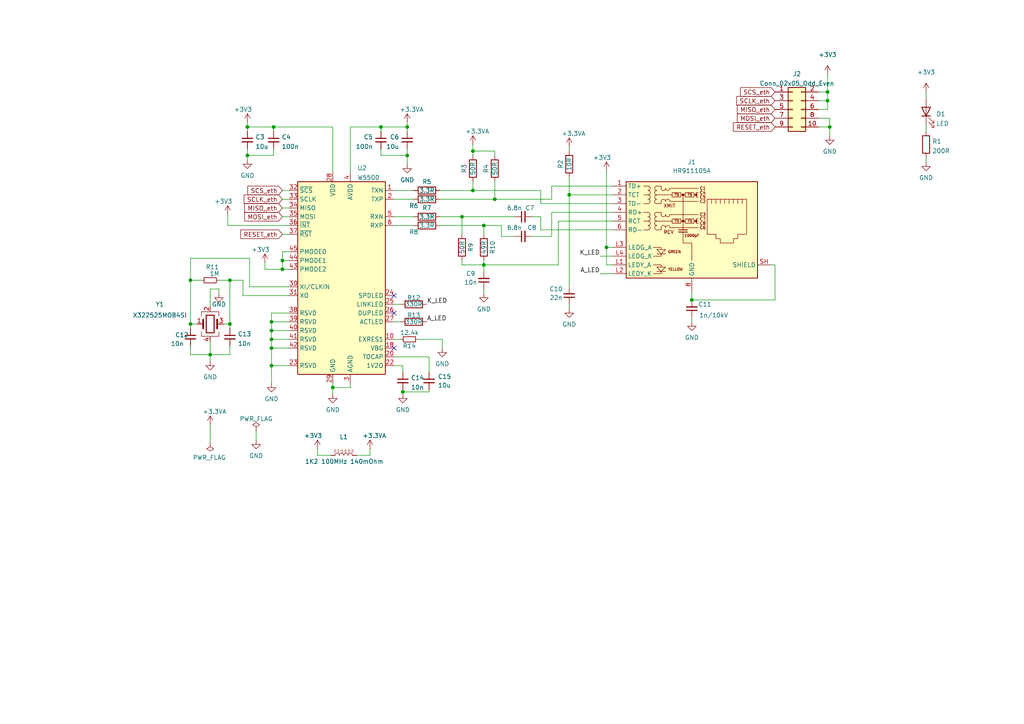
<source format=kicad_sch>
(kicad_sch (version 20211123) (generator eeschema)
  (paper "A4")
  (lib_symbols
    (symbol "Connector:RJ45_Bel_SI-60062-F"
      (property "Reference" "J" (at 19.05 15.24 0))
      (property "Value" "RJ45_Bel_SI-60062-F" (at -19.05 15.24 0))
      (symbol "RJ45_Bel_SI-60062-F_0_0"
        (circle (center -2.54 2.54) (radius 0.254) (stroke (width 0.254)) (fill (type outline)))
        (circle (center -2.54 10.16) (radius 0.254) (stroke (width 0.254)) (fill (type outline)))
        (polyline (pts (xy -7.62 -12.065) (xy -10.16 -12.065)))
        (polyline (pts (xy -7.62 -6.985) (xy -10.16 -6.985)))
        (polyline (pts (xy -2.54 10.16) (xy -2.54 0)))
        (polyline (pts (xy -1.27 -0.635) (xy -3.81 -0.635)) (stroke (width 0.254)))
        (polyline (pts (xy -1.27 0) (xy -3.81 0)) (stroke (width 0.254)))
        (polyline (pts (xy 1.27 2.54) (xy 0.635 2.54)))
        (polyline (pts (xy 1.27 10.16) (xy 0.635 10.16)))
        (polyline (pts (xy -11.176 -12.7) (xy -8.89 -12.7) (xy -8.89 -12.065)))
        (polyline (pts (xy -11.176 -10.16) (xy -8.89 -10.16) (xy -8.89 -10.795)))
        (polyline (pts (xy -11.176 -5.08) (xy -8.89 -5.08) (xy -8.89 -5.715)))
        (polyline (pts (xy -8.89 -6.985) (xy -8.89 -7.62) (xy -11.176 -7.62)))
        (polyline (pts (xy -10.16 -5.715) (xy -7.62 -5.715) (xy -8.89 -6.985) (xy -10.16 -5.715)))
        (polyline (pts (xy -7.62 -10.795) (xy -10.16 -10.795) (xy -8.89 -12.065) (xy -7.62 -10.795)))
        (polyline (pts (xy -2.54 -0.635) (xy -2.54 -3.81) (xy 0 -3.81) (xy 0 -8.89)))
        (polyline (pts (xy 1.905 3.175) (xy 1.27 3.175) (xy 1.27 1.905) (xy 1.905 1.905)))
        (polyline (pts (xy 1.905 10.795) (xy 1.27 10.795) (xy 1.27 9.525) (xy 1.905 9.525)))
        (circle (center 1.27 2.54) (radius 0.254) (stroke (width 0.254)) (fill (type outline)))
        (circle (center 1.27 10.16) (radius 0.254) (stroke (width 0.254)) (fill (type outline)))
        (text "1000pF" (at 0 -1.651 0) (effects (font (size 0.762 0.762))))
        (text "75" (at -4.445 2.54 0) (effects (font (size 0.762 0.762))))
        (text "75" (at -4.445 10.16 0) (effects (font (size 0.762 0.762))))
        (text "75" (at -0.635 2.54 0) (effects (font (size 0.762 0.762))))
        (text "75" (at -0.635 10.16 0) (effects (font (size 0.762 0.762))))
        (text "C1" (at 3.175 12.065 0) (effects (font (size 0.889 0.889))))
        (text "C2" (at 3.175 8.255 0) (effects (font (size 0.889 0.889))))
        (text "C3" (at 3.175 4.445 0) (effects (font (size 0.889 0.889))))
        (text "C4" (at 3.175 10.795 0) (effects (font (size 0.889 0.889))))
        (text "C5" (at 3.175 9.525 0) (effects (font (size 0.889 0.889))))
        (text "C6" (at 3.175 0.635 0) (effects (font (size 0.889 0.889))))
        (text "C7" (at 3.175 3.175 0) (effects (font (size 0.889 0.889))))
        (text "C8" (at 3.175 1.905 0) (effects (font (size 0.889 0.889))))
        (text "GREEN" (at -6.985 -6.35 0) (effects (font (size 0.762 0.762)) (justify left)))
        (text "RCV" (at -8.255 -0.635 0) (effects (font (size 1.016 1.016)) (justify left)))
        (text "XMIT" (at -8.255 6.985 0) (effects (font (size 1.016 1.016)) (justify left)))
        (text "YELLOW" (at -6.985 -11.43 0) (effects (font (size 0.762 0.762)) (justify left)))
      )
      (symbol "RJ45_Bel_SI-60062-F_0_1"
        (rectangle (start -19.05 -13.97) (end 19.05 13.97) (stroke (width 0.254)) (fill (type background)))
        (arc (start -12.7 0) (mid -12.065 0.635) (end -12.7 1.27))
        (arc (start -12.7 1.27) (mid -12.065 1.905) (end -12.7 2.54))
        (arc (start -12.7 2.54) (mid -12.065 3.175) (end -12.7 3.81))
        (arc (start -12.7 3.81) (mid -12.065 4.445) (end -12.7 5.08))
        (arc (start -12.7 7.62) (mid -12.065 8.255) (end -12.7 8.89))
        (arc (start -12.7 8.89) (mid -12.065 9.525) (end -12.7 10.16))
        (arc (start -12.7 10.16) (mid -12.065 10.795) (end -12.7 11.43))
        (arc (start -12.7 11.43) (mid -12.065 12.065) (end -12.7 12.7))
        (arc (start -10.16 1.27) (mid -10.795 0.635) (end -10.16 0))
        (arc (start -10.16 2.54) (mid -10.795 1.905) (end -10.16 1.27))
        (arc (start -10.16 3.81) (mid -10.795 3.175) (end -10.16 2.54))
        (arc (start -10.16 5.08) (mid -10.795 4.445) (end -10.16 3.81))
        (arc (start -10.16 8.89) (mid -10.795 8.255) (end -10.16 7.62))
        (arc (start -10.16 10.16) (mid -10.795 9.525) (end -10.16 8.89))
        (arc (start -10.16 11.43) (mid -10.795 10.795) (end -10.16 10.16))
        (arc (start -10.16 12.7) (mid -10.795 12.065) (end -10.16 11.43))
        (arc (start -8.89 4.445) (mid -8.255 3.81) (end -7.62 4.445))
        (arc (start -8.89 12.065) (mid -8.255 11.43) (end -7.62 12.065))
        (arc (start -7.62 0.635) (mid -8.255 1.27) (end -8.89 0.635))
        (arc (start -7.62 4.445) (mid -6.985 3.81) (end -6.35 4.445))
        (arc (start -7.62 8.255) (mid -8.255 8.89) (end -8.89 8.255))
        (arc (start -7.62 12.065) (mid -6.985 11.43) (end -6.35 12.065))
        (arc (start -6.35 0.635) (mid -6.985 1.27) (end -7.62 0.635))
        (arc (start -6.35 8.255) (mid -6.985 8.89) (end -7.62 8.255))
        (rectangle (start -5.715 3.175) (end -3.175 1.905))
        (rectangle (start -5.715 10.795) (end -3.175 9.525))
        (rectangle (start -1.905 3.175) (end 0.635 1.905))
        (rectangle (start -1.905 10.795) (end 0.635 9.525))
        (polyline (pts (xy -12.7 0) (xy -13.97 0)))
        (polyline (pts (xy -12.7 2.54) (xy -13.97 2.54)))
        (polyline (pts (xy -12.7 5.08) (xy -13.97 5.08)))
        (polyline (pts (xy -12.7 7.62) (xy -13.97 7.62)))
        (polyline (pts (xy -12.7 10.16) (xy -13.97 10.16)))
        (polyline (pts (xy -12.7 12.7) (xy -13.97 12.7)))
        (polyline (pts (xy -6.35 0.635) (xy 1.905 0.635)))
        (polyline (pts (xy -6.35 4.445) (xy 1.905 4.445)))
        (polyline (pts (xy -6.35 8.255) (xy 1.905 8.255)))
        (polyline (pts (xy -6.35 12.065) (xy 1.905 12.065)))
        (polyline (pts (xy -5.715 2.54) (xy -10.16 2.54)))
        (polyline (pts (xy -5.715 10.16) (xy -10.16 10.16)))
        (polyline (pts (xy -3.175 2.54) (xy -1.905 2.54)))
        (polyline (pts (xy -3.175 10.16) (xy -1.905 10.16)))
        (polyline (pts (xy 5.715 7.62) (xy 5.715 8.89)))
        (polyline (pts (xy 6.985 8.89) (xy 6.985 7.62)))
        (polyline (pts (xy 8.255 8.89) (xy 8.255 7.62)))
        (polyline (pts (xy 9.525 8.89) (xy 9.525 7.62)))
        (polyline (pts (xy 10.795 8.89) (xy 10.795 7.62)))
        (polyline (pts (xy 12.065 8.89) (xy 12.065 7.62)))
        (polyline (pts (xy 13.335 7.62) (xy 13.335 8.89)))
        (polyline (pts (xy 14.605 7.62) (xy 14.605 8.89)))
        (polyline (pts (xy -10.16 5.08) (xy -8.89 5.08) (xy -8.89 4.445)))
        (polyline (pts (xy -10.16 12.7) (xy -8.89 12.7) (xy -8.89 12.065)))
        (polyline (pts (xy -8.89 0.635) (xy -8.89 0) (xy -10.16 0)))
        (polyline (pts (xy -8.89 8.255) (xy -8.89 7.62) (xy -10.16 7.62)))
        (polyline (pts (xy 4.445 8.89) (xy 15.875 8.89) (xy 15.875 -1.27) (xy 13.335 -1.27) (xy 13.335 -2.54) (xy 12.065 -2.54) (xy 12.065 -3.81) (xy 8.255 -3.81) (xy 8.255 -2.54) (xy 6.985 -2.54) (xy 6.985 -1.27) (xy 4.445 -1.27) (xy 4.445 8.89)))
      )
      (symbol "RJ45_Bel_SI-60062-F_1_1"
        (pin passive line (at -22.86 12.7 0) (length 3.81) (name "TD+") (number "1"))
        (pin passive line (at -22.86 10.16 0) (length 3.81) (name "TCT") (number "2"))
        (pin passive line (at -22.86 7.62 0) (length 3.81) (name "TD-") (number "3"))
        (pin passive line (at -22.86 5.08 0) (length 3.81) (name "RD+") (number "4"))
        (pin passive line (at -22.86 2.54 0) (length 3.81) (name "RCT") (number "5"))
        (pin passive line (at -22.86 0 0) (length 3.81) (name "RD-") (number "6"))
        (pin no_connect line (at 5.08 -5.08 0) (length 0) hide (name "NC") (number "7"))
        (pin power_in line (at 0 -17.78 90) (length 3.81) (name "GND") (number "8"))
        (pin passive line (at -22.86 -10.16 0) (length 3.81) (name "LEDY_A") (number "L1"))
        (pin passive line (at -22.86 -12.7 0) (length 3.81) (name "LEDY_K") (number "L2"))
        (pin passive line (at -22.86 -5.08 0) (length 3.81) (name "LEDG_A") (number "L3"))
        (pin passive line (at -22.86 -7.62 0) (length 3.81) (name "LEDG_K") (number "L4"))
        (pin passive line (at 22.86 -10.16 180) (length 3.81) (name "SHIELD") (number "SH"))
      )
    )
    (symbol "Connector_Generic:Conn_02x05_Odd_Even" (pin_names (offset 1.016) hide)
      (property "Reference" "J" (at 1.27 7.62 0))
      (property "Value" "Conn_02x05_Odd_Even" (at 1.27 -7.62 0))
      (symbol "Conn_02x05_Odd_Even_1_1"
        (rectangle (start -1.27 -4.953) (end 0 -5.207) (stroke (width 0.1524)))
        (rectangle (start -1.27 -2.413) (end 0 -2.667) (stroke (width 0.1524)))
        (rectangle (start -1.27 0.127) (end 0 -0.127) (stroke (width 0.1524)))
        (rectangle (start -1.27 2.667) (end 0 2.413) (stroke (width 0.1524)))
        (rectangle (start -1.27 5.207) (end 0 4.953) (stroke (width 0.1524)))
        (rectangle (start -1.27 6.35) (end 3.81 -6.35) (stroke (width 0.254)) (fill (type background)))
        (rectangle (start 3.81 -4.953) (end 2.54 -5.207) (stroke (width 0.1524)))
        (rectangle (start 3.81 -2.413) (end 2.54 -2.667) (stroke (width 0.1524)))
        (rectangle (start 3.81 0.127) (end 2.54 -0.127) (stroke (width 0.1524)))
        (rectangle (start 3.81 2.667) (end 2.54 2.413) (stroke (width 0.1524)))
        (rectangle (start 3.81 5.207) (end 2.54 4.953) (stroke (width 0.1524)))
        (pin passive line (at -5.08 5.08 0) (length 3.81) (name "Pin_1") (number "1"))
        (pin passive line (at 7.62 -5.08 180) (length 3.81) (name "Pin_10") (number "10"))
        (pin passive line (at 7.62 5.08 180) (length 3.81) (name "Pin_2") (number "2"))
        (pin passive line (at -5.08 2.54 0) (length 3.81) (name "Pin_3") (number "3"))
        (pin passive line (at 7.62 2.54 180) (length 3.81) (name "Pin_4") (number "4"))
        (pin passive line (at -5.08 0 0) (length 3.81) (name "Pin_5") (number "5"))
        (pin passive line (at 7.62 0 180) (length 3.81) (name "Pin_6") (number "6"))
        (pin passive line (at -5.08 -2.54 0) (length 3.81) (name "Pin_7") (number "7"))
        (pin passive line (at 7.62 -2.54 180) (length 3.81) (name "Pin_8") (number "8"))
        (pin passive line (at -5.08 -5.08 0) (length 3.81) (name "Pin_9") (number "9"))
      )
    )
    (symbol "Device:C_Small" (pin_numbers hide) (pin_names (offset 0.254) hide)
      (property "Reference" "C" (at 0.254 1.778 0))
      (property "Value" "C_Small" (at 0.254 -2.032 0))
      (symbol "C_Small_0_1"
        (polyline (pts (xy -1.524 -0.508) (xy 1.524 -0.508)) (stroke (width 0.3302)))
        (polyline (pts (xy -1.524 0.508) (xy 1.524 0.508)) (stroke (width 0.3048)))
      )
      (symbol "C_Small_1_1"
        (pin passive line (at 0 2.54 270) (length 2.032) (name "~") (number "1"))
        (pin passive line (at 0 -2.54 90) (length 2.032) (name "~") (number "2"))
      )
    )
    (symbol "Device:Crystal_GND24" (pin_names (offset 1.016) hide)
      (property "Reference" "Y" (at 3.175 5.08 0))
      (property "Value" "Crystal_GND24" (at 3.175 3.175 0))
      (symbol "Crystal_GND24_0_1"
        (rectangle (start -1.143 2.54) (end 1.143 -2.54) (stroke (width 0.3048)))
        (polyline (pts (xy -2.54 0) (xy -2.032 0)))
        (polyline (pts (xy -2.032 -1.27) (xy -2.032 1.27)) (stroke (width 0.508)))
        (polyline (pts (xy 0 -3.81) (xy 0 -3.556)))
        (polyline (pts (xy 0 3.556) (xy 0 3.81)))
        (polyline (pts (xy 2.032 -1.27) (xy 2.032 1.27)) (stroke (width 0.508)))
        (polyline (pts (xy 2.032 0) (xy 2.54 0)))
        (polyline (pts (xy -2.54 -2.286) (xy -2.54 -3.556) (xy 2.54 -3.556) (xy 2.54 -2.286)))
        (polyline (pts (xy -2.54 2.286) (xy -2.54 3.556) (xy 2.54 3.556) (xy 2.54 2.286)))
      )
      (symbol "Crystal_GND24_1_1"
        (pin passive line (at -3.81 0 0) (length 1.27) (name "1") (number "1"))
        (pin passive line (at 0 5.08 270) (length 1.27) (name "2") (number "2"))
        (pin passive line (at 3.81 0 180) (length 1.27) (name "3") (number "3"))
        (pin passive line (at 0 -5.08 90) (length 1.27) (name "4") (number "4"))
      )
    )
    (symbol "Device:LED" (pin_numbers hide) (pin_names (offset 1.016) hide)
      (property "Reference" "D" (at 0 2.54 0))
      (property "Value" "LED" (at 0 -2.54 0))
      (symbol "LED_0_1"
        (polyline (pts (xy -1.27 -1.27) (xy -1.27 1.27)) (stroke (width 0.254)))
        (polyline (pts (xy -1.27 0) (xy 1.27 0)))
        (polyline (pts (xy 1.27 -1.27) (xy 1.27 1.27) (xy -1.27 0) (xy 1.27 -1.27)) (stroke (width 0.254)))
        (polyline (pts (xy -3.048 -0.762) (xy -4.572 -2.286) (xy -3.81 -2.286) (xy -4.572 -2.286) (xy -4.572 -1.524)))
        (polyline (pts (xy -1.778 -0.762) (xy -3.302 -2.286) (xy -2.54 -2.286) (xy -3.302 -2.286) (xy -3.302 -1.524)))
      )
      (symbol "LED_1_1"
        (pin passive line (at -3.81 0 0) (length 2.54) (name "K") (number "1"))
        (pin passive line (at 3.81 0 180) (length 2.54) (name "A") (number "2"))
      )
    )
    (symbol "Device:L_Ferrite" (pin_numbers hide) (pin_names (offset 1.016) hide)
      (property "Reference" "L" (at -1.27 0 90))
      (property "Value" "L_Ferrite" (at 2.794 0 90))
      (symbol "L_Ferrite_0_1"
        (arc (start 0 -2.54) (mid 0.635 -1.905) (end 0 -1.27))
        (arc (start 0 -1.27) (mid 0.635 -0.635) (end 0 0))
        (polyline (pts (xy 1.016 -2.794) (xy 1.016 -2.286)))
        (polyline (pts (xy 1.016 -1.778) (xy 1.016 -1.27)))
        (polyline (pts (xy 1.016 -0.762) (xy 1.016 -0.254)))
        (polyline (pts (xy 1.016 0.254) (xy 1.016 0.762)))
        (polyline (pts (xy 1.016 1.27) (xy 1.016 1.778)))
        (polyline (pts (xy 1.016 2.286) (xy 1.016 2.794)))
        (polyline (pts (xy 1.524 -2.286) (xy 1.524 -2.794)))
        (polyline (pts (xy 1.524 -1.27) (xy 1.524 -1.778)))
        (polyline (pts (xy 1.524 -0.254) (xy 1.524 -0.762)))
        (polyline (pts (xy 1.524 0.762) (xy 1.524 0.254)))
        (polyline (pts (xy 1.524 1.778) (xy 1.524 1.27)))
        (polyline (pts (xy 1.524 2.794) (xy 1.524 2.286)))
        (arc (start 0 0) (mid 0.635 0.635) (end 0 1.27))
        (arc (start 0 1.27) (mid 0.635 1.905) (end 0 2.54))
      )
      (symbol "L_Ferrite_1_1"
        (pin passive line (at 0 3.81 270) (length 1.27) (name "1") (number "1"))
        (pin passive line (at 0 -3.81 90) (length 1.27) (name "2") (number "2"))
      )
    )
    (symbol "Device:R" (pin_numbers hide) (pin_names (offset 0))
      (property "Reference" "R" (at 2.032 0 90))
      (property "Value" "R" (at 0 0 90))
      (symbol "R_0_1"
        (rectangle (start -1.016 -2.54) (end 1.016 2.54) (stroke (width 0.254)))
      )
      (symbol "R_1_1"
        (pin passive line (at 0 3.81 270) (length 1.27) (name "~") (number "1"))
        (pin passive line (at 0 -3.81 90) (length 1.27) (name "~") (number "2"))
      )
    )
    (symbol "Device:R_Small" (pin_numbers hide) (pin_names (offset 0.254) hide)
      (property "Reference" "R" (at 0.762 0.508 0))
      (property "Value" "R_Small" (at 0.762 -1.016 0))
      (symbol "R_Small_0_1"
        (rectangle (start -0.762 1.778) (end 0.762 -1.778) (stroke (width 0.2032)))
      )
      (symbol "R_Small_1_1"
        (pin passive line (at 0 2.54 270) (length 0.762) (name "~") (number "1"))
        (pin passive line (at 0 -2.54 90) (length 0.762) (name "~") (number "2"))
      )
    )
    (symbol "Interface_Ethernet:W5500"
      (property "Reference" "U" (at -11.43 29.21 0))
      (property "Value" "W5500" (at 8.89 29.21 0))
      (symbol "W5500_0_1"
        (rectangle (start -12.7 27.94) (end 12.7 -27.94) (stroke (width 0.254)) (fill (type background)))
      )
      (symbol "W5500_1_1"
        (pin output line (at 15.24 25.4 180) (length 2.54) (name "TXN") (number "1"))
        (pin passive line (at 15.24 -17.78 180) (length 2.54) (name "EXRES1") (number "10"))
        (pin passive line (at 2.54 30.48 270) (length 2.54) hide (name "AVDD") (number "11"))
        (pin no_connect line (at 12.7 7.62 180) (length 2.54) hide (name "NC") (number "12"))
        (pin no_connect line (at 12.7 5.08 180) (length 2.54) hide (name "NC") (number "13"))
        (pin passive line (at 2.54 -30.48 90) (length 2.54) hide (name "AGND") (number "14"))
        (pin passive line (at 2.54 30.48 270) (length 2.54) hide (name "AVDD") (number "15"))
        (pin passive line (at 2.54 -30.48 90) (length 2.54) hide (name "AGND") (number "16"))
        (pin passive line (at 2.54 30.48 270) (length 2.54) hide (name "AVDD") (number "17"))
        (pin passive line (at 15.24 -20.32 180) (length 2.54) (name "VBG") (number "18"))
        (pin passive line (at 2.54 -30.48 90) (length 2.54) hide (name "AGND") (number "19"))
        (pin output line (at 15.24 22.86 180) (length 2.54) (name "TXP") (number "2"))
        (pin passive line (at 15.24 -22.86 180) (length 2.54) (name "TOCAP") (number "20"))
        (pin passive line (at 2.54 30.48 270) (length 2.54) hide (name "AVDD") (number "21"))
        (pin output line (at 15.24 -25.4 180) (length 2.54) (name "1V2O") (number "22"))
        (pin input line (at -15.24 -25.4 0) (length 2.54) (name "RSVD") (number "23"))
        (pin output line (at 15.24 -5.08 180) (length 2.54) (name "SPDLED") (number "24"))
        (pin output line (at 15.24 -7.62 180) (length 2.54) (name "LINKLED") (number "25"))
        (pin output line (at 15.24 -10.16 180) (length 2.54) (name "DUPLED") (number "26"))
        (pin output line (at 15.24 -12.7 180) (length 2.54) (name "ACTLED") (number "27"))
        (pin power_in line (at -2.54 30.48 270) (length 2.54) (name "VDD") (number "28"))
        (pin power_in line (at -2.54 -30.48 90) (length 2.54) (name "GND") (number "29"))
        (pin power_in line (at 2.54 -30.48 90) (length 2.54) (name "AGND") (number "3"))
        (pin input line (at -15.24 -2.54 0) (length 2.54) (name "XI/CLKIN") (number "30"))
        (pin output line (at -15.24 -5.08 0) (length 2.54) (name "XO") (number "31"))
        (pin input line (at -15.24 25.4 0) (length 2.54) (name "~{SCS}") (number "32"))
        (pin input line (at -15.24 22.86 0) (length 2.54) (name "SCLK") (number "33"))
        (pin output line (at -15.24 20.32 0) (length 2.54) (name "MISO") (number "34"))
        (pin input line (at -15.24 17.78 0) (length 2.54) (name "MOSI") (number "35"))
        (pin input line (at -15.24 15.24 0) (length 2.54) (name "~{INT}") (number "36"))
        (pin input line (at -15.24 12.7 0) (length 2.54) (name "~{RST}") (number "37"))
        (pin input line (at -15.24 -10.16 0) (length 2.54) (name "RSVD") (number "38"))
        (pin input line (at -15.24 -12.7 0) (length 2.54) (name "RSVD") (number "39"))
        (pin power_in line (at 2.54 30.48 270) (length 2.54) (name "AVDD") (number "4"))
        (pin input line (at -15.24 -15.24 0) (length 2.54) (name "RSVD") (number "40"))
        (pin input line (at -15.24 -17.78 0) (length 2.54) (name "RSVD") (number "41"))
        (pin input line (at -15.24 -20.32 0) (length 2.54) (name "RSVD") (number "42"))
        (pin input line (at -15.24 2.54 0) (length 2.54) (name "PMODE2") (number "43"))
        (pin input line (at -15.24 5.08 0) (length 2.54) (name "PMODE1") (number "44"))
        (pin input line (at -15.24 7.62 0) (length 2.54) (name "PMODE0") (number "45"))
        (pin no_connect line (at 12.7 2.54 180) (length 2.54) hide (name "NC") (number "46"))
        (pin no_connect line (at 12.7 0 180) (length 2.54) hide (name "NC") (number "47"))
        (pin passive line (at 2.54 -30.48 90) (length 2.54) hide (name "AGND") (number "48"))
        (pin input line (at 15.24 17.78 180) (length 2.54) (name "RXN") (number "5"))
        (pin input line (at 15.24 15.24 180) (length 2.54) (name "RXP") (number "6"))
        (pin no_connect line (at 12.7 10.16 180) (length 2.54) hide (name "DNC") (number "7"))
        (pin passive line (at 2.54 30.48 270) (length 2.54) hide (name "AVDD") (number "8"))
        (pin passive line (at 2.54 -30.48 90) (length 2.54) hide (name "AGND") (number "9"))
      )
    )
    (symbol "power:+3.3V" (power) (pin_names (offset 0))
      (property "Value" "+3.3V" (at 0 3.556 0))
      (symbol "+3.3V_0_1"
        (polyline (pts (xy -0.762 1.27) (xy 0 2.54)))
        (polyline (pts (xy 0 0) (xy 0 2.54)))
        (polyline (pts (xy 0 2.54) (xy 0.762 1.27)))
      )
      (symbol "+3.3V_1_1"
        (pin power_in line (at 0 0 90) (length 0) hide (name "+3V3") (number "1"))
      )
    )
    (symbol "power:+3.3VA" (power) (pin_names (offset 0))
      (property "Value" "+3.3VA" (at 0 3.556 0))
      (symbol "+3.3VA_0_1"
        (polyline (pts (xy -0.762 1.27) (xy 0 2.54)))
        (polyline (pts (xy 0 0) (xy 0 2.54)))
        (polyline (pts (xy 0 2.54) (xy 0.762 1.27)))
      )
      (symbol "+3.3VA_1_1"
        (pin power_in line (at 0 0 90) (length 0) hide (name "+3.3VA") (number "1"))
      )
    )
    (symbol "power:+3V3" (power) (pin_names (offset 0))
      (property "Value" "+3V3" (at 0 3.556 0))
      (symbol "+3V3_0_1"
        (polyline (pts (xy -0.762 1.27) (xy 0 2.54)))
        (polyline (pts (xy 0 0) (xy 0 2.54)))
        (polyline (pts (xy 0 2.54) (xy 0.762 1.27)))
      )
      (symbol "+3V3_1_1"
        (pin power_in line (at 0 0 90) (length 0) hide (name "+3V3") (number "1"))
      )
    )
    (symbol "power:GND" (power) (pin_names (offset 0))
      (property "Value" "GND" (at 0 -3.81 0))
      (symbol "GND_0_1"
        (polyline (pts (xy 0 0) (xy 0 -1.27) (xy 1.27 -1.27) (xy 0 -2.54) (xy -1.27 -1.27) (xy 0 -1.27)))
      )
      (symbol "GND_1_1"
        (pin power_in line (at 0 0 270) (length 0) hide (name "GND") (number "1"))
      )
    )
    (symbol "power:PWR_FLAG" (power) (pin_numbers hide) (pin_names (offset 0) hide)
      (property "Value" "PWR_FLAG" (at 0 3.81 0))
      (symbol "PWR_FLAG_0_0"
        (pin power_out line (at 0 0 90) (length 0) (name "pwr") (number "1"))
      )
      (symbol "PWR_FLAG_0_1"
        (polyline (pts (xy 0 0) (xy 0 1.27) (xy -1.016 1.905) (xy 0 2.54) (xy 1.016 1.905) (xy 0 1.27)))
      )
    )
  )
  (junction (at 175.895 71.755))
  (junction (at 71.755 45.085))
  (junction (at 66.675 93.98))
  (junction (at 240.03 29.21))
  (junction (at 200.66 86.995))
  (junction (at 96.52 112.395))
  (junction (at 78.74 93.345))
  (junction (at 60.96 102.87))
  (junction (at 78.74 100.965))
  (junction (at 116.84 113.665))
  (junction (at 118.11 45.085))
  (junction (at 78.74 98.425))
  (junction (at 140.335 76.835))
  (junction (at 78.74 95.885))
  (junction (at 140.335 65.405))
  (junction (at 143.51 57.785))
  (junction (at 71.755 36.83))
  (junction (at 137.16 55.245))
  (junction (at 137.16 43.815))
  (junction (at 118.11 36.83))
  (junction (at 240.665 36.83))
  (junction (at 110.49 36.83))
  (junction (at 81.915 78.105))
  (junction (at 66.675 81.28))
  (junction (at 55.245 93.98))
  (junction (at 55.245 81.28))
  (junction (at 81.915 75.565))
  (junction (at 79.375 36.83))
  (junction (at 240.03 26.67))
  (junction (at 78.74 106.045))
  (junction (at 133.985 62.865))
  (junction (at 165.1 56.515))
  (no_connect (at 114.3 85.725))
  (no_connect (at 114.3 90.805))
  (no_connect (at 114.3 100.965))
  (wire (pts (xy 268.605 45.72) (xy 268.605 46.99)))
  (wire (pts (xy 63.5 81.28) (xy 66.675 81.28)))
  (wire (pts (xy 55.245 81.28) (xy 58.42 81.28)))
  (wire (pts (xy 55.245 74.93) (xy 72.39 74.93)))
  (wire (pts (xy 78.74 106.045) (xy 78.74 111.125)))
  (wire (pts (xy 165.1 56.515) (xy 165.1 83.185)))
  (wire (pts (xy 81.915 60.325) (xy 83.82 60.325)))
  (wire (pts (xy 161.925 64.135) (xy 161.925 76.835)))
  (wire (pts (xy 145.415 68.58) (xy 145.415 65.405)))
  (wire (pts (xy 240.03 21.59) (xy 240.03 26.67)))
  (wire (pts (xy 71.755 38.1) (xy 71.755 36.83)))
  (wire (pts (xy 101.6 36.83) (xy 110.49 36.83)))
  (wire (pts (xy 124.46 113.03) (xy 124.46 113.665)))
  (wire (pts (xy 140.335 78.74) (xy 140.335 76.835)))
  (wire (pts (xy 92.075 130.175) (xy 92.075 132.08)))
  (wire (pts (xy 133.985 67.945) (xy 133.985 62.865)))
  (wire (pts (xy 81.915 55.245) (xy 83.82 55.245)))
  (wire (pts (xy 114.3 57.785) (xy 120.015 57.785)))
  (wire (pts (xy 118.11 38.1) (xy 118.11 36.83)))
  (wire (pts (xy 81.915 67.945) (xy 83.82 67.945)))
  (wire (pts (xy 116.84 113.665) (xy 116.84 114.3)))
  (wire (pts (xy 114.3 55.245) (xy 120.015 55.245)))
  (wire (pts (xy 71.755 45.085) (xy 79.375 45.085)))
  (wire (pts (xy 114.3 65.405) (xy 120.015 65.405)))
  (wire (pts (xy 71.755 45.085) (xy 71.755 46.355)))
  (wire (pts (xy 237.49 26.67) (xy 240.03 26.67)))
  (wire (pts (xy 118.11 36.83) (xy 110.49 36.83)))
  (wire (pts (xy 124.46 113.665) (xy 116.84 113.665)))
  (wire (pts (xy 124.46 107.95) (xy 124.46 103.505)))
  (wire (pts (xy 133.985 76.835) (xy 133.985 75.565)))
  (wire (pts (xy 92.075 132.08) (xy 95.885 132.08)))
  (wire (pts (xy 140.335 76.835) (xy 140.335 75.565)))
  (wire (pts (xy 71.755 35.56) (xy 71.755 36.83)))
  (wire (pts (xy 156.845 66.675) (xy 177.8 66.675)))
  (wire (pts (xy 140.335 67.945) (xy 140.335 65.405)))
  (wire (pts (xy 83.82 73.025) (xy 81.915 73.025)))
  (wire (pts (xy 175.895 49.53) (xy 175.895 71.755)))
  (wire (pts (xy 116.84 113.03) (xy 116.84 113.665)))
  (wire (pts (xy 128.27 100.965) (xy 128.27 98.425)))
  (wire (pts (xy 160.02 61.595) (xy 160.02 68.58)))
  (wire (pts (xy 66.04 62.23) (xy 66.04 65.405)))
  (wire (pts (xy 83.82 83.185) (xy 72.39 83.185)))
  (wire (pts (xy 114.3 62.865) (xy 120.015 62.865)))
  (wire (pts (xy 101.6 36.83) (xy 101.6 50.165)))
  (wire (pts (xy 240.665 34.29) (xy 237.49 34.29)))
  (wire (pts (xy 268.605 26.67) (xy 268.605 28.575)))
  (wire (pts (xy 78.74 93.345) (xy 78.74 95.885)))
  (wire (pts (xy 133.985 62.865) (xy 149.225 62.865)))
  (wire (pts (xy 160.02 57.785) (xy 160.02 53.975)))
  (wire (pts (xy 160.02 61.595) (xy 177.8 61.595)))
  (wire (pts (xy 137.16 52.705) (xy 137.16 55.245)))
  (wire (pts (xy 160.02 53.975) (xy 177.8 53.975)))
  (wire (pts (xy 83.82 95.885) (xy 78.74 95.885)))
  (wire (pts (xy 79.375 36.83) (xy 96.52 36.83)))
  (wire (pts (xy 71.755 43.18) (xy 71.755 45.085)))
  (wire (pts (xy 72.39 83.185) (xy 72.39 74.93)))
  (wire (pts (xy 78.74 98.425) (xy 78.74 100.965)))
  (wire (pts (xy 107.315 132.08) (xy 103.505 132.08)))
  (wire (pts (xy 60.96 83.82) (xy 60.96 88.9)))
  (wire (pts (xy 110.49 36.83) (xy 110.49 38.1)))
  (wire (pts (xy 240.665 39.37) (xy 240.665 36.83)))
  (wire (pts (xy 114.3 93.345) (xy 116.205 93.345)))
  (wire (pts (xy 78.74 95.885) (xy 78.74 98.425)))
  (wire (pts (xy 240.03 26.67) (xy 240.03 29.21)))
  (wire (pts (xy 71.755 36.83) (xy 79.375 36.83)))
  (wire (pts (xy 55.245 93.98) (xy 57.15 93.98)))
  (wire (pts (xy 78.74 98.425) (xy 83.82 98.425)))
  (wire (pts (xy 60.96 102.87) (xy 55.245 102.87)))
  (wire (pts (xy 127.635 57.785) (xy 143.51 57.785)))
  (wire (pts (xy 81.915 57.785) (xy 83.82 57.785)))
  (wire (pts (xy 83.82 90.805) (xy 78.74 90.805)))
  (wire (pts (xy 118.11 45.085) (xy 118.11 47.625)))
  (wire (pts (xy 154.305 68.58) (xy 160.02 68.58)))
  (wire (pts (xy 81.915 75.565) (xy 83.82 75.565)))
  (wire (pts (xy 78.74 106.045) (xy 83.82 106.045)))
  (wire (pts (xy 200.66 92.075) (xy 200.66 93.345)))
  (wire (pts (xy 101.6 111.125) (xy 101.6 112.395)))
  (wire (pts (xy 143.51 52.705) (xy 143.51 57.785)))
  (wire (pts (xy 118.11 43.18) (xy 118.11 45.085)))
  (wire (pts (xy 66.04 65.405) (xy 83.82 65.405)))
  (wire (pts (xy 79.375 43.18) (xy 79.375 45.085)))
  (wire (pts (xy 175.895 76.835) (xy 177.8 76.835)))
  (wire (pts (xy 156.845 55.245) (xy 156.845 59.055)))
  (wire (pts (xy 81.915 75.565) (xy 81.915 78.105)))
  (wire (pts (xy 107.315 130.175) (xy 107.315 132.08)))
  (wire (pts (xy 55.245 95.25) (xy 55.245 93.98)))
  (wire (pts (xy 154.305 62.865) (xy 156.845 62.865)))
  (wire (pts (xy 237.49 36.83) (xy 240.665 36.83)))
  (wire (pts (xy 55.245 102.87) (xy 55.245 100.33)))
  (wire (pts (xy 224.79 76.835) (xy 223.52 76.835)))
  (wire (pts (xy 60.96 102.87) (xy 60.96 104.775)))
  (wire (pts (xy 78.74 100.965) (xy 83.82 100.965)))
  (wire (pts (xy 137.16 55.245) (xy 156.845 55.245)))
  (wire (pts (xy 161.925 76.835) (xy 140.335 76.835)))
  (wire (pts (xy 66.675 93.98) (xy 66.675 95.25)))
  (wire (pts (xy 78.74 93.345) (xy 83.82 93.345)))
  (wire (pts (xy 143.51 43.815) (xy 143.51 45.085)))
  (wire (pts (xy 127.635 65.405) (xy 140.335 65.405)))
  (wire (pts (xy 70.485 81.28) (xy 70.485 85.725)))
  (wire (pts (xy 140.335 65.405) (xy 145.415 65.405)))
  (wire (pts (xy 124.46 103.505) (xy 114.3 103.505)))
  (wire (pts (xy 55.245 81.28) (xy 55.245 93.98)))
  (wire (pts (xy 81.915 73.025) (xy 81.915 75.565)))
  (wire (pts (xy 137.16 43.815) (xy 143.51 43.815)))
  (wire (pts (xy 149.225 68.58) (xy 145.415 68.58)))
  (wire (pts (xy 66.675 81.28) (xy 70.485 81.28)))
  (wire (pts (xy 60.96 123.19) (xy 60.96 128.27)))
  (wire (pts (xy 63.5 83.82) (xy 60.96 83.82)))
  (wire (pts (xy 240.03 31.75) (xy 237.49 31.75)))
  (wire (pts (xy 143.51 57.785) (xy 160.02 57.785)))
  (wire (pts (xy 240.665 36.83) (xy 240.665 34.29)))
  (wire (pts (xy 137.16 41.91) (xy 137.16 43.815)))
  (wire (pts (xy 165.1 88.265) (xy 165.1 89.535)))
  (wire (pts (xy 127.635 55.245) (xy 137.16 55.245)))
  (wire (pts (xy 175.895 71.755) (xy 175.895 76.835)))
  (wire (pts (xy 165.1 56.515) (xy 165.1 51.435)))
  (wire (pts (xy 114.3 88.265) (xy 116.205 88.265)))
  (wire (pts (xy 63.5 83.82) (xy 63.5 85.09)))
  (wire (pts (xy 237.49 29.21) (xy 240.03 29.21)))
  (wire (pts (xy 96.52 112.395) (xy 96.52 114.3)))
  (wire (pts (xy 224.79 86.995) (xy 224.79 76.835)))
  (wire (pts (xy 66.675 102.87) (xy 60.96 102.87)))
  (wire (pts (xy 118.11 45.085) (xy 110.49 45.085)))
  (wire (pts (xy 116.84 107.95) (xy 116.84 106.045)))
  (wire (pts (xy 101.6 112.395) (xy 96.52 112.395)))
  (wire (pts (xy 156.845 59.055) (xy 177.8 59.055)))
  (wire (pts (xy 74.295 125.095) (xy 74.295 127.635)))
  (wire (pts (xy 96.52 36.83) (xy 96.52 50.165)))
  (wire (pts (xy 140.335 83.82) (xy 140.335 85.09)))
  (wire (pts (xy 128.27 98.425) (xy 121.285 98.425)))
  (wire (pts (xy 268.605 36.195) (xy 268.605 38.1)))
  (wire (pts (xy 173.99 74.295) (xy 177.8 74.295)))
  (wire (pts (xy 140.335 76.835) (xy 133.985 76.835)))
  (wire (pts (xy 81.915 62.865) (xy 83.82 62.865)))
  (wire (pts (xy 66.675 100.33) (xy 66.675 102.87)))
  (wire (pts (xy 161.925 64.135) (xy 177.8 64.135)))
  (wire (pts (xy 200.66 84.455) (xy 200.66 86.995)))
  (wire (pts (xy 60.96 99.06) (xy 60.96 102.87)))
  (wire (pts (xy 118.11 35.56) (xy 118.11 36.83)))
  (wire (pts (xy 81.915 78.105) (xy 83.82 78.105)))
  (wire (pts (xy 114.3 98.425) (xy 116.205 98.425)))
  (wire (pts (xy 110.49 43.18) (xy 110.49 45.085)))
  (wire (pts (xy 165.1 42.545) (xy 165.1 43.815)))
  (wire (pts (xy 76.835 78.105) (xy 81.915 78.105)))
  (wire (pts (xy 156.845 62.865) (xy 156.845 66.675)))
  (wire (pts (xy 76.835 76.2) (xy 76.835 78.105)))
  (wire (pts (xy 70.485 85.725) (xy 83.82 85.725)))
  (wire (pts (xy 175.895 71.755) (xy 177.8 71.755)))
  (wire (pts (xy 240.03 29.21) (xy 240.03 31.75)))
  (wire (pts (xy 78.74 100.965) (xy 78.74 106.045)))
  (wire (pts (xy 165.1 56.515) (xy 177.8 56.515)))
  (wire (pts (xy 66.675 81.28) (xy 66.675 93.98)))
  (wire (pts (xy 55.245 81.28) (xy 55.245 74.93)))
  (wire (pts (xy 173.99 79.375) (xy 177.8 79.375)))
  (wire (pts (xy 78.74 90.805) (xy 78.74 93.345)))
  (wire (pts (xy 64.77 93.98) (xy 66.675 93.98)))
  (wire (pts (xy 127.635 62.865) (xy 133.985 62.865)))
  (wire (pts (xy 116.84 106.045) (xy 114.3 106.045)))
  (wire (pts (xy 96.52 111.125) (xy 96.52 112.395)))
  (wire (pts (xy 137.16 43.815) (xy 137.16 45.085)))
  (wire (pts (xy 79.375 36.83) (xy 79.375 38.1)))
  (wire (pts (xy 200.66 86.995) (xy 224.79 86.995)))
  (label "A_LED" (at 173.99 79.375 180))
  (label "K_LED" (at 173.99 74.295 180))
  (label "K_LED" (at 123.825 88.265 0))
  (label "A_LED" (at 123.825 93.345 0))
  (global_label "RESET_eth" (shape input) (at 81.915 67.945 180) (property "Intersheet References" "${INTERSHEET_REFS}" (effects hide)))
  (global_label "MOSI_eth" (shape input) (at 224.79 34.29 180) (property "Intersheet References" "${INTERSHEET_REFS}" (effects hide)))
  (global_label "MISO_eth" (shape input) (at 81.915 60.325 180) (property "Intersheet References" "${INTERSHEET_REFS}" (effects hide)))
  (global_label "SCLK_eth" (shape input) (at 224.79 29.21 180) (property "Intersheet References" "${INTERSHEET_REFS}" (effects hide)))
  (global_label "SCLK_eth" (shape input) (at 81.915 57.785 180) (property "Intersheet References" "${INTERSHEET_REFS}" (effects hide)))
  (global_label "MOSI_eth" (shape input) (at 81.915 62.865 180) (property "Intersheet References" "${INTERSHEET_REFS}" (effects hide)))
  (global_label "RESET_eth" (shape input) (at 224.79 36.83 180) (property "Intersheet References" "${INTERSHEET_REFS}" (effects hide)))
  (global_label "MISO_eth" (shape input) (at 224.79 31.75 180) (property "Intersheet References" "${INTERSHEET_REFS}" (effects hide)))
  (global_label "SCS_eth" (shape input) (at 81.915 55.245 180) (property "Intersheet References" "${INTERSHEET_REFS}" (effects hide)))
  (global_label "SCS_eth" (shape input) (at 224.79 26.67 180) (property "Intersheet References" "${INTERSHEET_REFS}" (effects hide)))
  (symbol (lib_id "Device:C_Small") (at 118.11 40.64 0) (mirror y) (unit 1)
    (property "Reference" "C6" (at 115.7859 39.7378 0) (effects (justify left)))
    (property "Value" "10u" (at 115.7859 42.5129 0) (effects (justify left)))
    (property "Footprint" "Capacitor_SMD:C_0402_1005Metric" (effects hide))
  )
  (symbol (lib_id "power:+3.3V") (at 71.755 35.56 0) (unit 1)
    (property "Reference" "#PWR04" (effects hide))
    (property "Value" "+3.3V" (at 70.485 31.75 0))
  )
  (symbol (lib_id "power:+3.3VA") (at 118.11 35.56 0) (unit 1)
    (property "Reference" "#PWR05" (effects hide))
    (property "Value" "+3.3VA" (at 119.38 31.75 0))
  )
  (symbol (lib_id "power:+3.3VA") (at 60.96 123.19 0) (unit 1)
    (property "Reference" "#PWR0102" (effects hide))
    (property "Value" "+3.3VA" (at 62.23 119.38 0))
  )
  (symbol (lib_id "power:+3.3VA") (at 165.1 42.545 0) (unit 1)
    (property "Reference" "#PWR07" (effects hide))
    (property "Value" "+3.3VA" (at 166.37 38.735 0))
  )
  (symbol (lib_id "Device:L_Ferrite") (at 99.695 132.08 90) (unit 1)
    (property "Reference" "L1" (at 99.695 126.7165 90))
    (property "Value" "1K2 100MHz 140mOhm" (at 99.822 133.858 90))
    (property "Footprint" "Inductor_SMD:L_0603_1608Metric" (effects hide))
  )
  (symbol (lib_id "Device:R") (at 123.825 55.245 90) (unit 1)
    (property "Reference" "R5" (at 123.825 52.705 90))
    (property "Value" "3.3R" (at 123.825 55.245 90))
    (property "Footprint" "Resistor_SMD:R_0402_1005Metric" (effects hide))
  )
  (symbol (lib_id "power:GND") (at 96.52 114.3 0) (unit 1)
    (property "Reference" "#PWR022" (effects hide))
    (property "Value" "GND" (at 96.52 118.8625 0))
  )
  (symbol (lib_id "power:GND") (at 200.66 93.345 0) (unit 1)
    (property "Reference" "#PWR018" (effects hide))
    (property "Value" "GND" (at 200.66 97.9075 0))
  )
  (symbol (lib_id "Device:LED") (at 268.605 32.385 90) (unit 1)
    (property "Reference" "D1" (at 271.526 33.064 90) (effects (justify right)))
    (property "Value" "LED" (at 271.526 35.8391 90) (effects (justify right)))
    (property "Footprint" "LED_SMD:LED_0805_2012Metric" (effects hide))
  )
  (symbol (lib_id "Device:R") (at 133.985 71.755 0) (unit 1)
    (property "Reference" "R9" (at 136.525 71.755 90))
    (property "Value" "50R" (at 133.985 71.755 90))
    (property "Footprint" "Resistor_SMD:R_0402_1005Metric" (effects hide))
  )
  (symbol (lib_id "Device:R") (at 165.1 47.625 180) (unit 1)
    (property "Reference" "R2" (at 162.56 47.625 90))
    (property "Value" "10R" (at 165.1 47.625 90))
    (property "Footprint" "Resistor_SMD:R_0402_1005Metric" (effects hide))
  )
  (symbol (lib_id "Device:C_Small") (at 71.755 40.64 0) (unit 1)
    (property "Reference" "C3" (at 74.0791 39.7378 0) (effects (justify left)))
    (property "Value" "10u" (at 74.0791 42.5129 0) (effects (justify left)))
    (property "Footprint" "Capacitor_SMD:C_0402_1005Metric" (effects hide))
  )
  (symbol (lib_id "Device:R") (at 123.825 57.785 90) (unit 1)
    (property "Reference" "R6" (at 120.015 59.69 90))
    (property "Value" "3.3R" (at 123.825 57.785 90))
    (property "Footprint" "Resistor_SMD:R_0402_1005Metric" (effects hide))
  )
  (symbol (lib_id "Device:R") (at 140.335 71.755 0) (unit 1)
    (property "Reference" "R10" (at 142.875 71.755 90))
    (property "Value" "49R" (at 140.335 71.755 90))
    (property "Footprint" "Resistor_SMD:R_0402_1005Metric" (effects hide))
  )
  (symbol (lib_id "power:GND") (at 268.605 46.99 0) (unit 1)
    (property "Reference" "#PWR010" (effects hide))
    (property "Value" "GND" (at 268.605 51.5525 0))
  )
  (symbol (lib_id "Device:Crystal_GND24") (at 60.96 93.98 0) (unit 1)
    (property "Reference" "Y1" (at 46.355 88.265 0))
    (property "Value" "X322525MOB4SI" (at 46.355 91.44 0))
    (property "Footprint" "Crystal:Crystal_SMD_3225-4Pin_3.2x2.5mm" (effects hide))
  )
  (symbol (lib_id "Device:R") (at 120.015 88.265 90) (unit 1)
    (property "Reference" "R12" (at 120.015 86.36 90))
    (property "Value" "330R" (at 120.015 88.265 90))
    (property "Footprint" "Resistor_SMD:R_0402_1005Metric" (effects hide))
  )
  (symbol (lib_id "Device:R") (at 143.51 48.895 180) (unit 1)
    (property "Reference" "R4" (at 140.97 48.895 90))
    (property "Value" "50R" (at 143.51 48.895 90))
    (property "Footprint" "Resistor_SMD:R_0402_1005Metric" (effects hide))
  )
  (symbol (lib_id "Device:C_Small") (at 151.765 62.865 90) (mirror x) (unit 1)
    (property "Reference" "C7" (at 153.67 60.325 90))
    (property "Value" "6.8n" (at 149.225 60.325 90))
    (property "Footprint" "Capacitor_SMD:C_0402_1005Metric" (effects hide))
  )
  (symbol (lib_id "power:+3.3VA") (at 137.16 41.91 0) (unit 1)
    (property "Reference" "#PWR06" (effects hide))
    (property "Value" "+3.3VA" (at 138.43 38.1 0))
  )
  (symbol (lib_id "power:GND") (at 63.5 85.09 0) (unit 1)
    (property "Reference" "#PWR015" (effects hide))
    (property "Value" "GND" (at 63.5 88.265 0))
  )
  (symbol (lib_id "power:GND") (at 116.84 114.3 0) (unit 1)
    (property "Reference" "#PWR023" (effects hide))
    (property "Value" "GND" (at 116.84 118.8625 0))
  )
  (symbol (lib_id "Device:C_Small") (at 110.49 40.64 0) (mirror y) (unit 1)
    (property "Reference" "C5" (at 108.1659 39.7378 0) (effects (justify left)))
    (property "Value" "100n" (at 108.1659 42.5129 0) (effects (justify left)))
    (property "Footprint" "Capacitor_SMD:C_0402_1005Metric" (effects hide))
  )
  (symbol (lib_id "Device:C_Small") (at 79.375 40.64 0) (unit 1)
    (property "Reference" "C4" (at 81.6991 39.7378 0) (effects (justify left)))
    (property "Value" "100n" (at 81.6991 42.5129 0) (effects (justify left)))
    (property "Footprint" "Capacitor_SMD:C_0402_1005Metric" (effects hide))
  )
  (symbol (lib_id "Device:C_Small") (at 55.245 97.79 0) (unit 1)
    (property "Reference" "C12" (at 50.8 97.155 0) (effects (justify left)))
    (property "Value" "10n" (at 49.53 99.695 0) (effects (justify left)))
    (property "Footprint" "Capacitor_SMD:C_0402_1005Metric" (effects hide))
  )
  (symbol (lib_id "power:GND") (at 240.665 39.37 0) (unit 1)
    (property "Reference" "#PWR0103" (effects hide))
    (property "Value" "GND" (at 240.665 43.9325 0))
  )
  (symbol (lib_id "Device:C_Small") (at 116.84 110.49 0) (unit 1)
    (property "Reference" "C14" (at 119.1641 109.5878 0) (effects (justify left)))
    (property "Value" "10n" (at 119.1641 112.3629 0) (effects (justify left)))
    (property "Footprint" "Capacitor_SMD:C_0402_1005Metric" (effects hide))
  )
  (symbol (lib_id "power:GND") (at 78.74 111.125 0) (unit 1)
    (property "Reference" "#PWR021" (effects hide))
    (property "Value" "GND" (at 78.74 115.6875 0))
  )
  (symbol (lib_id "power:+3.3VA") (at 107.315 130.175 0) (unit 1)
    (property "Reference" "#PWR025" (effects hide))
    (property "Value" "+3.3VA" (at 108.585 126.365 0))
  )
  (symbol (lib_id "Connector:RJ45_Bel_SI-60062-F") (at 200.66 66.675 0) (unit 1)
    (property "Reference" "J1" (at 200.66 46.99 0))
    (property "Value" "HR911105A" (at 200.66 49.53 0))
    (property "Footprint" "Connector_RJ:RJ45_Bel_SI-60062-F" (effects hide))
    (property "Datasheet" "https://belfuse.com/resources/drawings/magneticsolutions/dr-mag-si-60062-f.pdf" (effects hide))
  )
  (symbol (lib_id "power:GND") (at 118.11 47.625 0) (unit 1)
    (property "Reference" "#PWR011" (effects hide))
    (property "Value" "GND" (at 118.11 52.1875 0))
  )
  (symbol (lib_id "Device:C_Small") (at 200.66 89.535 0) (mirror x) (unit 1)
    (property "Reference" "C11" (at 204.47 88.265 0))
    (property "Value" "1n/10kV" (at 207.01 91.44 0))
    (property "Footprint" "Capacitor_SMD:C_1206_3216Metric" (effects hide))
  )
  (symbol (lib_id "power:GND") (at 140.335 85.09 0) (unit 1)
    (property "Reference" "#PWR016" (effects hide))
    (property "Value" "GND" (at 140.335 89.6525 0))
  )
  (symbol (lib_id "power:+3V3") (at 240.03 21.59 0) (unit 1)
    (property "Reference" "#PWR0104" (effects hide))
    (property "Value" "+3V3" (at 240.03 15.875 0))
  )
  (symbol (lib_id "Device:R") (at 123.825 65.405 90) (unit 1)
    (property "Reference" "R8" (at 120.015 67.31 90))
    (property "Value" "3.3R" (at 123.825 65.405 90))
    (property "Footprint" "Resistor_SMD:R_0402_1005Metric" (effects hide))
  )
  (symbol (lib_id "power:GND") (at 71.755 46.355 0) (unit 1)
    (property "Reference" "#PWR09" (effects hide))
    (property "Value" "GND" (at 71.755 50.9175 0))
  )
  (symbol (lib_id "power:GND") (at 165.1 89.535 0) (unit 1)
    (property "Reference" "#PWR017" (effects hide))
    (property "Value" "GND" (at 165.1 94.0975 0))
  )
  (symbol (lib_id "power:PWR_FLAG") (at 74.295 125.095 0) (unit 1)
    (property "Reference" "#FLG0101" (effects hide))
    (property "Value" "PWR_FLAG" (at 74.295 121.4905 0))
  )
  (symbol (lib_id "power:GND") (at 60.96 104.775 0) (unit 1)
    (property "Reference" "#PWR020" (effects hide))
    (property "Value" "GND" (at 60.96 109.3375 0))
  )
  (symbol (lib_id "Device:R_Small") (at 118.745 98.425 90) (unit 1)
    (property "Reference" "R14" (at 118.745 100.33 90))
    (property "Value" "12.4k" (at 118.745 96.497 90))
    (property "Footprint" "Resistor_SMD:R_0402_1005Metric" (effects hide))
  )
  (symbol (lib_id "power:+3.3V") (at 175.895 49.53 0) (unit 1)
    (property "Reference" "#PWR012" (effects hide))
    (property "Value" "+3.3V" (at 174.625 45.72 0))
  )
  (symbol (lib_id "power:+3V3") (at 268.605 26.67 0) (unit 1)
    (property "Reference" "#PWR01" (effects hide))
    (property "Value" "+3V3" (at 268.605 20.955 0))
  )
  (symbol (lib_id "power:+3.3V") (at 76.835 76.2 0) (unit 1)
    (property "Reference" "#PWR014" (effects hide))
    (property "Value" "+3.3V" (at 75.565 72.39 0))
  )
  (symbol (lib_id "Device:R_Small") (at 60.96 81.28 90) (unit 1)
    (property "Reference" "R11" (at 61.595 77.47 90))
    (property "Value" "1M" (at 62.23 79.375 90))
    (property "Footprint" "Resistor_SMD:R_0402_1005Metric" (effects hide))
  )
  (symbol (lib_id "Device:C_Small") (at 151.765 68.58 90) (mirror x) (unit 1)
    (property "Reference" "C8" (at 154.305 66.04 90))
    (property "Value" "6.8n" (at 149.225 66.04 90))
    (property "Footprint" "Capacitor_SMD:C_0402_1005Metric" (effects hide))
  )
  (symbol (lib_id "Device:C_Small") (at 66.675 97.79 0) (unit 1)
    (property "Reference" "C13" (at 68.9991 96.8878 0) (effects (justify left)))
    (property "Value" "10n" (at 68.9991 99.6629 0) (effects (justify left)))
    (property "Footprint" "Capacitor_SMD:C_0402_1005Metric" (effects hide))
  )
  (symbol (lib_id "Device:R") (at 120.015 93.345 90) (unit 1)
    (property "Reference" "R13" (at 120.015 91.44 90))
    (property "Value" "330R" (at 120.015 93.345 90))
    (property "Footprint" "Resistor_SMD:R_0402_1005Metric" (effects hide))
  )
  (symbol (lib_id "Interface_Ethernet:W5500") (at 99.06 80.645 0) (unit 1)
    (property "Reference" "U2" (at 103.6194 48.7385 0) (effects (justify left)))
    (property "Value" "W5500" (at 103.6194 51.5136 0) (effects (justify left)))
    (property "Footprint" "Package_QFP:LQFP-48_7x7mm_P0.5mm" (effects hide))
    (property "Datasheet" "http://wizwiki.net/wiki/lib/exe/fetch.php/products:w5500:w5500_ds_v109e.pdf" (effects hide))
  )
  (symbol (lib_id "Device:C_Small") (at 124.46 110.49 0) (unit 1)
    (property "Reference" "C15" (at 127 109.2262 0) (effects (justify left)))
    (property "Value" "10u" (at 127 111.7662 0) (effects (justify left)))
    (property "Footprint" "Capacitor_SMD:C_0402_1005Metric" (effects hide))
  )
  (symbol (lib_id "power:GND") (at 128.27 100.965 0) (unit 1)
    (property "Reference" "#PWR019" (effects hide))
    (property "Value" "GND" (at 128.27 105.5275 0))
  )
  (symbol (lib_id "power:+3.3V") (at 92.075 130.175 0) (unit 1)
    (property "Reference" "#PWR024" (effects hide))
    (property "Value" "+3.3V" (at 90.805 126.365 0))
  )
  (symbol (lib_id "power:GND") (at 74.295 127.635 0) (unit 1)
    (property "Reference" "#PWR0101" (effects hide))
    (property "Value" "GND" (at 74.295 132.1975 0))
  )
  (symbol (lib_id "power:PWR_FLAG") (at 60.96 128.27 180) (unit 1)
    (property "Reference" "#FLG0102" (effects hide))
    (property "Value" "PWR_FLAG" (at 55.88 132.715 0) (effects (justify right)))
  )
  (symbol (lib_id "Device:C_Small") (at 140.335 81.28 0) (mirror x) (unit 1)
    (property "Reference" "C9" (at 136.525 79.375 0))
    (property "Value" "10n" (at 136.525 81.915 0))
    (property "Footprint" "Capacitor_SMD:C_0402_1005Metric" (effects hide))
  )
  (symbol (lib_id "Connector_Generic:Conn_02x05_Odd_Even") (at 229.87 31.75 0) (unit 1)
    (property "Reference" "J2" (at 231.14 21.4335 0))
    (property "Value" "Conn_02x05_Odd_Even" (at 231.14 24.2086 0))
    (property "Footprint" "Connector_PinSocket_2.54mm:PinSocket_2x05_P2.54mm_Vertical" (effects hide))
  )
  (symbol (lib_id "Device:R") (at 268.605 41.91 0) (unit 1)
    (property "Reference" "R1" (at 270.383 41.0015 0) (effects (justify left)))
    (property "Value" "200R" (at 270.383 43.7766 0) (effects (justify left)))
    (property "Footprint" "Resistor_SMD:R_0603_1608Metric" (effects hide))
  )
  (symbol (lib_id "power:+3.3V") (at 66.04 62.23 0) (unit 1)
    (property "Reference" "#PWR013" (effects hide))
    (property "Value" "+3.3V" (at 64.77 58.42 0))
  )
  (symbol (lib_id "Device:C_Small") (at 165.1 85.725 0) (mirror x) (unit 1)
    (property "Reference" "C10" (at 161.29 83.82 0))
    (property "Value" "22n" (at 161.29 86.36 0))
    (property "Footprint" "Capacitor_SMD:C_0402_1005Metric" (effects hide))
  )
  (symbol (lib_id "Device:R") (at 123.825 62.865 90) (unit 1)
    (property "Reference" "R7" (at 123.825 60.325 90))
    (property "Value" "3.3R" (at 123.825 62.865 90))
    (property "Footprint" "Resistor_SMD:R_0402_1005Metric" (effects hide))
  )
  (symbol (lib_id "Device:R") (at 137.16 48.895 180) (unit 1)
    (property "Reference" "R3" (at 134.62 48.895 90))
    (property "Value" "50R" (at 137.16 48.895 90))
    (property "Footprint" "Resistor_SMD:R_0402_1005Metric" (effects hide))
  )
)
</source>
